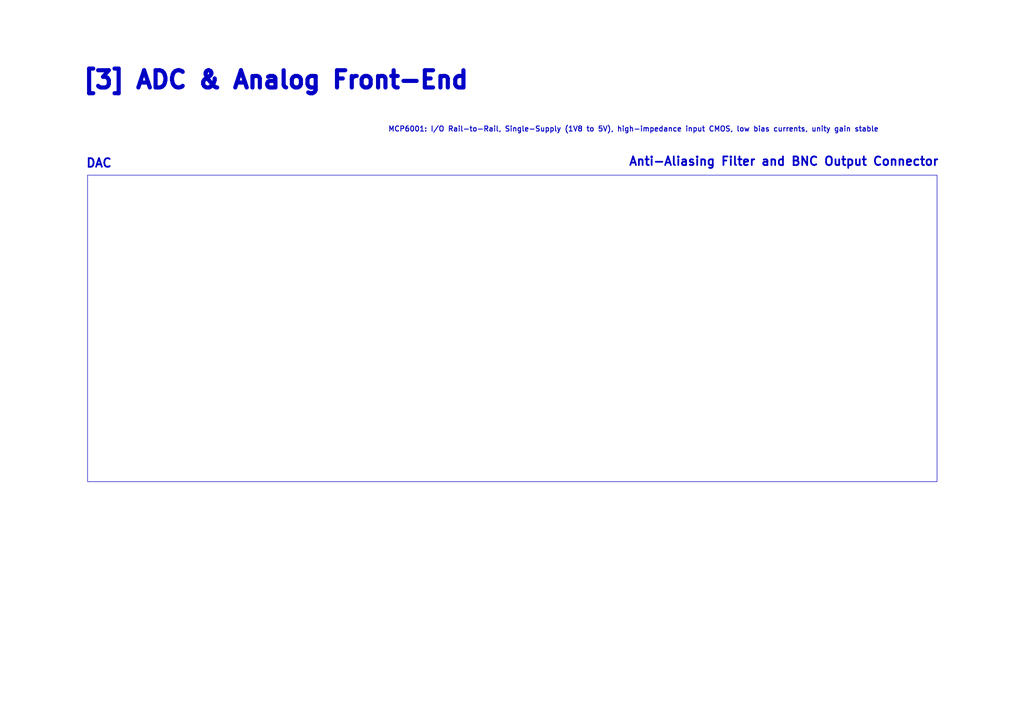
<source format=kicad_sch>
(kicad_sch
	(version 20231120)
	(generator "eeschema")
	(generator_version "8.0")
	(uuid "90af2997-18a7-406e-918c-a64c8cc02593")
	(paper "A4")
	(title_block
		(title "Digital-Analog-Converter")
		(date "2025-02-11")
		(rev "0.1")
	)
	(lib_symbols)
	(rectangle
		(start 25.4 50.8)
		(end 271.78 139.7)
		(stroke
			(width 0)
			(type default)
		)
		(fill
			(type none)
		)
		(uuid 7857798d-ee16-445b-95a3-6a44a5456526)
	)
	(text "DAC\n"
		(exclude_from_sim no)
		(at 28.702 47.498 0)
		(effects
			(font
				(size 2.5 2.5)
				(thickness 0.5)
				(bold yes)
			)
		)
		(uuid "33180b93-010a-4b9e-8ca8-ae91453eef6c")
	)
	(text "[3] ADC & Analog Front-End"
		(exclude_from_sim no)
		(at 80.01 23.368 0)
		(effects
			(font
				(size 5 5)
				(thickness 1.2)
				(bold yes)
			)
		)
		(uuid "eee1ae6f-fcf0-4865-9d82-7654b73665f8")
	)
	(text "MCP6001: I/O Rail-to-Rail, Single-Supply (1V8 to 5V), high-impedance input CMOS, low bias currents, unity gain stable"
		(exclude_from_sim no)
		(at 112.522 37.592 0)
		(effects
			(font
				(size 1.5 1.5)
				(thickness 0.254)
				(bold yes)
			)
			(justify left)
		)
		(uuid "f5ca125c-1ad2-4be6-a89d-1c9f039c4cbe")
	)
	(text "Anti-Aliasing Filter and BNC Output Connector"
		(exclude_from_sim no)
		(at 227.33 46.99 0)
		(effects
			(font
				(size 2.5 2.5)
				(thickness 0.5)
				(bold yes)
			)
		)
		(uuid "fc436d1b-3258-4eef-9698-f31859727bbb")
	)
)

</source>
